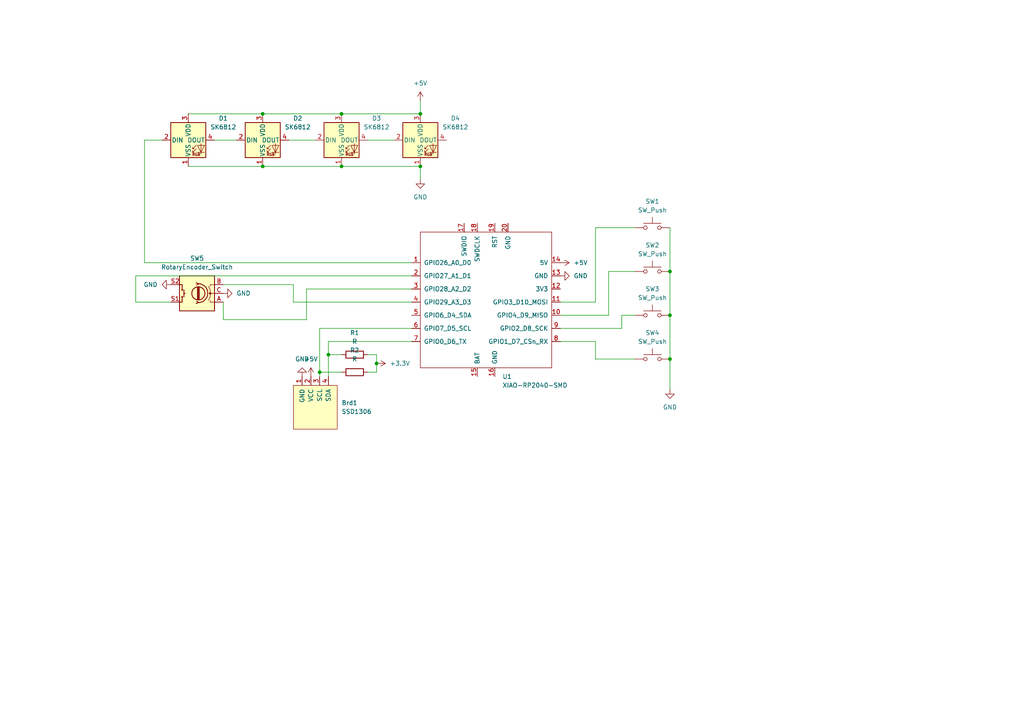
<source format=kicad_sch>
(kicad_sch (version 20231120) (generator "eeschema") (generator_version "8.0")
  (paper "A4")
  (lib_symbols
    (symbol "Device:R" (pin_numbers hide) (pin_names (offset 0))
      (property "Reference" "R" (at 2.032 0 90))
      (property "Value" "R" (at 0 0 90))
      (symbol "R_0_1"
        (rectangle (start -1.016 -2.54) (end 1.016 2.54) (stroke (width 0.254)))
      )
      (symbol "R_1_1"
        (pin passive line (at 0 3.81 270) (length 1.27) (name "~") (number "1"))
        (pin passive line (at 0 -3.81 90) (length 1.27) (name "~") (number "2"))
      )
    )
    (symbol "Device:RotaryEncoder_Switch" (pin_names (offset 0.254) hide)
      (property "Reference" "SW" (at 0 6.604 0))
      (property "Value" "RotaryEncoder_Switch" (at 0 -6.604 0))
      (symbol "RotaryEncoder_Switch_0_1"
        (rectangle (start -5.08 5.08) (end 5.08 -5.08) (stroke (width 0.254)) (fill (type background)))
        (circle (center -3.81 0) (radius 0.254) (fill (type outline)))
        (circle (center -0.381 0) (radius 1.905) (stroke (width 0.254)))
        (arc (start -0.381 2.667) (mid -3.0988 -0.0635) (end -0.381 -2.794) (stroke (width 0.254)))
        (polyline (pts (xy -0.635 -1.778) (xy -0.635 1.778)) (stroke (width 0.254)))
        (polyline (pts (xy -0.381 -1.778) (xy -0.381 1.778)) (stroke (width 0.254)))
        (polyline (pts (xy -0.127 1.778) (xy -0.127 -1.778)) (stroke (width 0.254)))
        (polyline (pts (xy 3.81 0) (xy 3.429 0)) (stroke (width 0.254)))
        (polyline (pts (xy 3.81 1.016) (xy 3.81 -1.016)) (stroke (width 0.254)))
        (polyline (pts (xy -5.08 -2.54) (xy -3.81 -2.54) (xy -3.81 -2.032)))
        (polyline (pts (xy -5.08 2.54) (xy -3.81 2.54) (xy -3.81 2.032)))
        (polyline (pts (xy 0.254 -3.048) (xy -0.508 -2.794) (xy 0.127 -2.413)) (stroke (width 0.254)))
        (polyline (pts (xy 0.254 2.921) (xy -0.508 2.667) (xy 0.127 2.286)) (stroke (width 0.254)))
        (polyline (pts (xy 5.08 -2.54) (xy 4.318 -2.54) (xy 4.318 -1.016)) (stroke (width 0.254)))
        (polyline (pts (xy 5.08 2.54) (xy 4.318 2.54) (xy 4.318 1.016)) (stroke (width 0.254)))
        (polyline (pts (xy -5.08 0) (xy -3.81 0) (xy -3.81 -1.016) (xy -3.302 -2.032)))
        (polyline (pts (xy -4.318 0) (xy -3.81 0) (xy -3.81 1.016) (xy -3.302 2.032)))
        (circle (center 4.318 -1.016) (radius 0.127) (stroke (width 0.254)))
        (circle (center 4.318 1.016) (radius 0.127) (stroke (width 0.254)))
      )
      (symbol "RotaryEncoder_Switch_1_1"
        (pin passive line (at -7.62 2.54 0) (length 2.54) (name "A") (number "A"))
        (pin passive line (at -7.62 -2.54 0) (length 2.54) (name "B") (number "B"))
        (pin passive line (at -7.62 0 0) (length 2.54) (name "C") (number "C"))
        (pin passive line (at 7.62 2.54 180) (length 2.54) (name "S1") (number "S1"))
        (pin passive line (at 7.62 -2.54 180) (length 2.54) (name "S2") (number "S2"))
      )
    )
    (symbol "LED:SK6812" (pin_names (offset 0.254))
      (property "Reference" "D" (at 5.08 5.715 0))
      (property "Value" "SK6812" (at 1.27 -5.715 0))
      (symbol "SK6812_0_0"
        (text "RGB" (at 2.286 -4.191 0) (effects (font (size 0.762 0.762))))
      )
      (symbol "SK6812_0_1"
        (polyline (pts (xy 1.27 -3.556) (xy 1.778 -3.556)))
        (polyline (pts (xy 1.27 -2.54) (xy 1.778 -2.54)))
        (polyline (pts (xy 4.699 -3.556) (xy 2.667 -3.556)))
        (polyline (pts (xy 2.286 -2.54) (xy 1.27 -3.556) (xy 1.27 -3.048)))
        (polyline (pts (xy 2.286 -1.524) (xy 1.27 -2.54) (xy 1.27 -2.032)))
        (polyline (pts (xy 3.683 -1.016) (xy 3.683 -3.556) (xy 3.683 -4.064)))
        (polyline (pts (xy 4.699 -1.524) (xy 2.667 -1.524) (xy 3.683 -3.556) (xy 4.699 -1.524)))
        (rectangle (start 5.08 5.08) (end -5.08 -5.08) (stroke (width 0.254)) (fill (type background)))
      )
      (symbol "SK6812_1_1"
        (pin power_in line (at 0 -7.62 90) (length 2.54) (name "VSS") (number "1"))
        (pin input line (at -7.62 0 0) (length 2.54) (name "DIN") (number "2"))
        (pin power_in line (at 0 7.62 270) (length 2.54) (name "VDD") (number "3"))
        (pin output line (at 7.62 0 180) (length 2.54) (name "DOUT") (number "4"))
      )
    )
    (symbol "SSD1306-128x64_OLED:SSD1306" (pin_names (offset 1.016))
      (property "Reference" "Brd" (at 0 -3.81 0))
      (property "Value" "SSD1306" (at 0 -1.27 0))
      (symbol "SSD1306_0_1"
        (rectangle (start -6.35 6.35) (end 6.35 -6.35) (fill (type background)))
      )
      (symbol "SSD1306_1_1"
        (pin input line (at -3.81 8.89 270) (length 2.54) (name "GND") (number "1"))
        (pin input line (at -1.27 8.89 270) (length 2.54) (name "VCC") (number "2"))
        (pin input line (at 1.27 8.89 270) (length 2.54) (name "SCL") (number "3"))
        (pin input line (at 3.81 8.89 270) (length 2.54) (name "SDA") (number "4"))
      )
    )
    (symbol "Seeed_Studio_XIAO_Series:XIAO-RP2040-SMD" (pin_names (offset 1.016))
      (property "Reference" "U" (at -18.542 23.114 0))
      (property "Value" "XIAO-RP2040-SMD" (at -8.382 21.336 0))
      (symbol "XIAO-RP2040-SMD_0_1"
        (rectangle (start 19.05 -19.05) (end -19.05 20.32))
      )
      (symbol "XIAO-RP2040-SMD_1_1"
        (pin passive line (at -21.59 11.43 0) (length 2.54) (name "GPIO26_A0_D0") (number "1"))
        (pin passive line (at 21.59 -3.81 180) (length 2.54) (name "GPIO4_D9_MISO") (number "10"))
        (pin passive line (at 21.59 0 180) (length 2.54) (name "GPIO3_D10_MOSI") (number "11"))
        (pin passive line (at 21.59 3.81 180) (length 2.54) (name "3V3") (number "12"))
        (pin passive line (at 21.59 7.62 180) (length 2.54) (name "GND") (number "13"))
        (pin passive line (at 21.59 11.43 180) (length 2.54) (name "5V") (number "14"))
        (pin passive line (at -2.54 -21.59 90) (length 2.54) (name "BAT") (number "15"))
        (pin passive line (at 2.54 -21.59 90) (length 2.54) (name "GND") (number "16"))
        (pin passive line (at -6.35 22.86 270) (length 2.54) (name "SWDIO") (number "17"))
        (pin passive line (at -2.54 22.86 270) (length 2.54) (name "SWDCLK") (number "18"))
        (pin passive line (at 2.54 22.86 270) (length 2.54) (name "RST") (number "19"))
        (pin passive line (at -21.59 7.62 0) (length 2.54) (name "GPIO27_A1_D1") (number "2"))
        (pin passive line (at 6.35 22.86 270) (length 2.54) (name "GND") (number "20"))
        (pin passive line (at -21.59 3.81 0) (length 2.54) (name "GPIO28_A2_D2") (number "3"))
        (pin passive line (at -21.59 0 0) (length 2.54) (name "GPIO29_A3_D3") (number "4"))
        (pin passive line (at -21.59 -3.81 0) (length 2.54) (name "GPIO6_D4_SDA") (number "5"))
        (pin passive line (at -21.59 -7.62 0) (length 2.54) (name "GPIO7_D5_SCL") (number "6"))
        (pin passive line (at -21.59 -11.43 0) (length 2.54) (name "GPIO0_D6_TX") (number "7"))
        (pin passive line (at 21.59 -11.43 180) (length 2.54) (name "GPIO1_D7_CSn_RX") (number "8"))
        (pin passive line (at 21.59 -7.62 180) (length 2.54) (name "GPIO2_D8_SCK") (number "9"))
      )
    )
    (symbol "Switch:SW_Push" (pin_numbers hide) (pin_names (offset 1.016) hide)
      (property "Reference" "SW" (at 1.27 2.54 0))
      (property "Value" "SW_Push" (at 0 -1.524 0))
      (symbol "SW_Push_0_1"
        (circle (center -2.032 0) (radius 0.508))
        (polyline (pts (xy 0 1.27) (xy 0 3.048)))
        (polyline (pts (xy 2.54 1.27) (xy -2.54 1.27)))
        (circle (center 2.032 0) (radius 0.508))
        (pin passive line (at -5.08 0 0) (length 2.54) (name "1") (number "1"))
        (pin passive line (at 5.08 0 180) (length 2.54) (name "2") (number "2"))
      )
    )
    (symbol "power:+3.3V" (power) (pin_numbers hide) (pin_names (offset 0) hide)
      (property "Value" "+3.3V" (at 0 3.556 0))
      (symbol "+3.3V_0_1"
        (polyline (pts (xy -0.762 1.27) (xy 0 2.54)))
        (polyline (pts (xy 0 0) (xy 0 2.54)))
        (polyline (pts (xy 0 2.54) (xy 0.762 1.27)))
      )
      (symbol "+3.3V_1_1"
        (pin power_in line (at 0 0 90) (length 0) (name "~") (number "1"))
      )
    )
    (symbol "power:+5V" (power) (pin_numbers hide) (pin_names (offset 0) hide)
      (property "Value" "+5V" (at 0 3.556 0))
      (symbol "+5V_0_1"
        (polyline (pts (xy -0.762 1.27) (xy 0 2.54)))
        (polyline (pts (xy 0 0) (xy 0 2.54)))
        (polyline (pts (xy 0 2.54) (xy 0.762 1.27)))
      )
      (symbol "+5V_1_1"
        (pin power_in line (at 0 0 90) (length 0) (name "~") (number "1"))
      )
    )
    (symbol "power:GND" (power) (pin_numbers hide) (pin_names (offset 0) hide)
      (property "Value" "GND" (at 0 -3.81 0))
      (symbol "GND_0_1"
        (polyline (pts (xy 0 0) (xy 0 -1.27) (xy 1.27 -1.27) (xy 0 -2.54) (xy -1.27 -1.27) (xy 0 -1.27)))
      )
      (symbol "GND_1_1"
        (pin power_in line (at 0 0 270) (length 0) (name "~") (number "1"))
      )
    )
  )
  (junction (at 194.31 104.14))
  (junction (at 99.06 48.26))
  (junction (at 76.2 33.02))
  (junction (at 121.92 48.26))
  (junction (at 109.22 105.41))
  (junction (at 95.25 102.87))
  (junction (at 99.06 33.02))
  (junction (at 76.2 48.26))
  (junction (at 121.92 33.02))
  (junction (at 194.31 78.74))
  (junction (at 194.31 91.44))
  (junction (at 92.71 107.95))
  (wire (pts (xy 106.68 40.64) (xy 114.3 40.64)))
  (wire (pts (xy 172.72 104.14) (xy 184.15 104.14)))
  (wire (pts (xy 106.68 107.95) (xy 109.22 107.95)))
  (wire (pts (xy 109.22 102.87) (xy 109.22 105.41)))
  (wire (pts (xy 54.61 33.02) (xy 76.2 33.02)))
  (wire (pts (xy 194.31 104.14) (xy 194.31 113.03)))
  (wire (pts (xy 119.38 99.06) (xy 95.25 99.06)))
  (wire (pts (xy 95.25 102.87) (xy 99.06 102.87)))
  (wire (pts (xy 106.68 102.87) (xy 109.22 102.87)))
  (wire (pts (xy 109.22 107.95) (xy 109.22 105.41)))
  (wire (pts (xy 172.72 99.06) (xy 172.72 104.14)))
  (wire (pts (xy 76.2 48.26) (xy 99.06 48.26)))
  (wire (pts (xy 121.92 48.26) (xy 121.92 52.07)))
  (wire (pts (xy 41.91 40.64) (xy 46.99 40.64)))
  (wire (pts (xy 162.56 95.25) (xy 180.34 95.25)))
  (wire (pts (xy 49.53 87.63) (xy 39.37 87.63)))
  (wire (pts (xy 162.56 99.06) (xy 172.72 99.06)))
  (wire (pts (xy 194.31 78.74) (xy 194.31 91.44)))
  (wire (pts (xy 176.53 78.74) (xy 184.15 78.74)))
  (wire (pts (xy 121.92 29.21) (xy 121.92 33.02)))
  (wire (pts (xy 99.06 48.26) (xy 121.92 48.26)))
  (wire (pts (xy 92.71 107.95) (xy 92.71 109.22)))
  (wire (pts (xy 54.61 48.26) (xy 76.2 48.26)))
  (wire (pts (xy 88.9 83.82) (xy 88.9 92.71)))
  (wire (pts (xy 95.25 99.06) (xy 95.25 102.87)))
  (wire (pts (xy 76.2 33.02) (xy 99.06 33.02)))
  (wire (pts (xy 39.37 80.01) (xy 119.38 80.01)))
  (wire (pts (xy 194.31 66.04) (xy 194.31 78.74)))
  (wire (pts (xy 85.09 87.63) (xy 85.09 82.55)))
  (wire (pts (xy 92.71 107.95) (xy 99.06 107.95)))
  (wire (pts (xy 180.34 91.44) (xy 184.15 91.44)))
  (wire (pts (xy 41.91 40.64) (xy 41.91 76.2)))
  (wire (pts (xy 88.9 92.71) (xy 64.77 92.71)))
  (wire (pts (xy 64.77 92.71) (xy 64.77 87.63)))
  (wire (pts (xy 62.23 40.64) (xy 68.58 40.64)))
  (wire (pts (xy 99.06 33.02) (xy 121.92 33.02)))
  (wire (pts (xy 83.82 40.64) (xy 91.44 40.64)))
  (wire (pts (xy 162.56 91.44) (xy 176.53 91.44)))
  (wire (pts (xy 194.31 91.44) (xy 194.31 104.14)))
  (wire (pts (xy 92.71 95.25) (xy 92.71 107.95)))
  (wire (pts (xy 162.56 87.63) (xy 172.72 87.63)))
  (wire (pts (xy 95.25 102.87) (xy 95.25 109.22)))
  (wire (pts (xy 172.72 66.04) (xy 184.15 66.04)))
  (wire (pts (xy 176.53 91.44) (xy 176.53 78.74)))
  (wire (pts (xy 39.37 87.63) (xy 39.37 80.01)))
  (wire (pts (xy 172.72 87.63) (xy 172.72 66.04)))
  (wire (pts (xy 180.34 95.25) (xy 180.34 91.44)))
  (wire (pts (xy 119.38 95.25) (xy 92.71 95.25)))
  (wire (pts (xy 119.38 76.2) (xy 41.91 76.2)))
  (wire (pts (xy 85.09 82.55) (xy 64.77 82.55)))
  (wire (pts (xy 119.38 87.63) (xy 85.09 87.63)))
  (wire (pts (xy 119.38 83.82) (xy 88.9 83.82)))
  (symbol (lib_id "Seeed_Studio_XIAO_Series:XIAO-RP2040-SMD") (at 140.97 87.63 0) (unit 1)
    (property "Reference" "U1" (at 145.7041 109.22 0) (effects (justify left)))
    (property "Value" "XIAO-RP2040-SMD" (at 145.7041 111.76 0) (effects (justify left)))
    (property "Footprint" "Library:XIAO-RP2040-DIP" (effects (hide yes)))
  )
  (symbol (lib_id "LED:SK6812") (at 54.61 40.64 0) (unit 1)
    (property "Reference" "D1" (at 64.77 34.3214 0))
    (property "Value" "SK6812" (at 64.77 36.8614 0))
    (property "Footprint" "Library:LED_SK6812MINI_PLCC4_3.5x3.5mm_P1.75mm" (effects (hide yes)))
    (property "Datasheet" "https://cdn-shop.adafruit.com/product-files/1138/SK6812+LED+datasheet+.pdf" (effects (hide yes)))
    (property "Description" "RGB LED with integrated controller" (effects (hide yes)))
  )
  (symbol (lib_id "power:+5V") (at 90.17 109.22 0) (unit 1)
    (property "Reference" "#PWR09" (effects (hide yes)))
    (property "Value" "+5V" (at 90.17 104.14 0))
    (property "Description" "Power symbol creates a global label with name \"+5V\"" (effects (hide yes)))
  )
  (symbol (lib_id "LED:SK6812") (at 121.92 40.64 0) (unit 1)
    (property "Reference" "D4" (at 132.08 34.3214 0))
    (property "Value" "SK6812" (at 132.08 36.8614 0))
    (property "Footprint" "Library:LED_SK6812MINI_PLCC4_3.5x3.5mm_P1.75mm" (effects (hide yes)))
    (property "Datasheet" "https://cdn-shop.adafruit.com/product-files/1138/SK6812+LED+datasheet+.pdf" (effects (hide yes)))
    (property "Description" "RGB LED with integrated controller" (effects (hide yes)))
  )
  (symbol (lib_id "SSD1306-128x64_OLED:SSD1306") (at 91.44 118.11 0) (unit 1)
    (property "Reference" "Brd1" (at 99.06 116.8399 0) (effects (justify left)))
    (property "Value" "SSD1306" (at 99.06 119.3799 0) (effects (justify left)))
    (property "Footprint" "Library:128x64OLED" (effects (hide yes)))
    (property "Description" "SSD1306 OLED" (effects (hide yes)))
  )
  (symbol (lib_id "Device:RotaryEncoder_Switch") (at 57.15 85.09 180) (unit 1)
    (property "Reference" "SW5" (at 57.15 74.93 0))
    (property "Value" "RotaryEncoder_Switch" (at 57.15 77.47 0))
    (property "Footprint" "Library:RotaryEncoder_Alps_EC11E-Switch_Vertical_H20mm_CircularMountingHoles" (effects (hide yes)))
    (property "Description" "Rotary encoder, dual channel, incremental quadrate outputs, with switch" (effects (hide yes)))
  )
  (symbol (lib_id "power:GND") (at 87.63 109.22 180) (unit 1)
    (property "Reference" "#PWR06" (effects (hide yes)))
    (property "Value" "GND" (at 87.63 104.14 0))
    (property "Description" "Power symbol creates a global label with name \"GND\" , ground" (effects (hide yes)))
  )
  (symbol (lib_id "Switch:SW_Push") (at 189.23 78.74 0) (unit 1)
    (property "Reference" "SW2" (at 189.23 71.12 0))
    (property "Value" "SW_Push" (at 189.23 73.66 0))
    (property "Footprint" "Library:SW_Cherry_MX1A_1.00u_PCB" (effects (hide yes)))
    (property "Description" "Push button switch, generic, two pins" (effects (hide yes)))
  )
  (symbol (lib_id "Device:R") (at 102.87 102.87 90) (unit 1)
    (property "Reference" "R1" (at 102.87 96.52 90))
    (property "Value" "R" (at 102.87 99.06 90))
    (property "Footprint" "Keebio-Parts:Resistor" (effects (hide yes)))
    (property "Description" "Resistor" (effects (hide yes)))
  )
  (symbol (lib_id "Device:R") (at 102.87 107.95 90) (unit 1)
    (property "Reference" "R2" (at 102.87 101.6 90))
    (property "Value" "R" (at 102.87 104.14 90))
    (property "Footprint" "Keebio-Parts:Resistor" (effects (hide yes)))
    (property "Description" "Resistor" (effects (hide yes)))
  )
  (symbol (lib_id "Switch:SW_Push") (at 189.23 66.04 0) (unit 1)
    (property "Reference" "SW1" (at 189.23 58.42 0))
    (property "Value" "SW_Push" (at 189.23 60.96 0))
    (property "Footprint" "Library:SW_Cherry_MX1A_1.00u_PCB" (effects (hide yes)))
    (property "Description" "Push button switch, generic, two pins" (effects (hide yes)))
  )
  (symbol (lib_id "power:GND") (at 162.56 80.01 90) (unit 1)
    (property "Reference" "#PWR04" (effects (hide yes)))
    (property "Value" "GND" (at 166.37 80.0099 90) (effects (justify right)))
    (property "Description" "Power symbol creates a global label with name \"GND\" , ground" (effects (hide yes)))
  )
  (symbol (lib_id "power:+3.3V") (at 109.22 105.41 270) (unit 1)
    (property "Reference" "#PWR010" (effects (hide yes)))
    (property "Value" "+3.3V" (at 113.03 105.4099 90) (effects (justify left)))
    (property "Description" "Power symbol creates a global label with name \"+3.3V\"" (effects (hide yes)))
  )
  (symbol (lib_id "power:GND") (at 64.77 85.09 90) (unit 1)
    (property "Reference" "#PWR07" (effects (hide yes)))
    (property "Value" "GND" (at 68.58 85.0899 90) (effects (justify right)))
    (property "Description" "Power symbol creates a global label with name \"GND\" , ground" (effects (hide yes)))
  )
  (symbol (lib_id "power:GND") (at 121.92 52.07 0) (unit 1)
    (property "Reference" "#PWR02" (effects (hide yes)))
    (property "Value" "GND" (at 121.92 57.15 0))
    (property "Description" "Power symbol creates a global label with name \"GND\" , ground" (effects (hide yes)))
  )
  (symbol (lib_id "Switch:SW_Push") (at 189.23 104.14 0) (unit 1)
    (property "Reference" "SW4" (at 189.23 96.52 0))
    (property "Value" "SW_Push" (at 189.23 99.06 0))
    (property "Footprint" "Library:SW_Cherry_MX1A_1.00u_PCB" (effects (hide yes)))
    (property "Description" "Push button switch, generic, two pins" (effects (hide yes)))
  )
  (symbol (lib_id "power:+5V") (at 162.56 76.2 270) (unit 1)
    (property "Reference" "#PWR05" (effects (hide yes)))
    (property "Value" "+5V" (at 166.37 76.1999 90) (effects (justify left)))
    (property "Description" "Power symbol creates a global label with name \"+5V\"" (effects (hide yes)))
  )
  (symbol (lib_id "power:GND") (at 194.31 113.03 0) (unit 1)
    (property "Reference" "#PWR01" (effects (hide yes)))
    (property "Value" "GND" (at 194.31 118.11 0))
    (property "Description" "Power symbol creates a global label with name \"GND\" , ground" (effects (hide yes)))
  )
  (symbol (lib_id "power:GND") (at 49.53 82.55 270) (unit 1)
    (property "Reference" "#PWR08" (effects (hide yes)))
    (property "Value" "GND" (at 45.72 82.5499 90) (effects (justify right)))
    (property "Description" "Power symbol creates a global label with name \"GND\" , ground" (effects (hide yes)))
  )
  (symbol (lib_id "power:+5V") (at 121.92 29.21 0) (unit 1)
    (property "Reference" "#PWR03" (effects (hide yes)))
    (property "Value" "+5V" (at 121.92 24.13 0))
    (property "Description" "Power symbol creates a global label with name \"+5V\"" (effects (hide yes)))
  )
  (symbol (lib_id "Switch:SW_Push") (at 189.23 91.44 0) (unit 1)
    (property "Reference" "SW3" (at 189.23 83.82 0))
    (property "Value" "SW_Push" (at 189.23 86.36 0))
    (property "Footprint" "Library:SW_Cherry_MX1A_1.00u_PCB" (effects (hide yes)))
    (property "Description" "Push button switch, generic, two pins" (effects (hide yes)))
  )
  (symbol (lib_id "LED:SK6812") (at 76.2 40.64 0) (unit 1)
    (property "Reference" "D2" (at 86.36 34.3214 0))
    (property "Value" "SK6812" (at 86.36 36.8614 0))
    (property "Footprint" "Library:LED_SK6812MINI_PLCC4_3.5x3.5mm_P1.75mm" (effects (hide yes)))
    (property "Datasheet" "https://cdn-shop.adafruit.com/product-files/1138/SK6812+LED+datasheet+.pdf" (effects (hide yes)))
    (property "Description" "RGB LED with integrated controller" (effects (hide yes)))
  )
  (symbol (lib_id "LED:SK6812") (at 99.06 40.64 0) (unit 1)
    (property "Reference" "D3" (at 109.22 34.3214 0))
    (property "Value" "SK6812" (at 109.22 36.8614 0))
    (property "Footprint" "Library:LED_SK6812MINI_PLCC4_3.5x3.5mm_P1.75mm" (effects (hide yes)))
    (property "Datasheet" "https://cdn-shop.adafruit.com/product-files/1138/SK6812+LED+datasheet+.pdf" (effects (hide yes)))
    (property "Description" "RGB LED with integrated controller" (effects (hide yes)))
  )
)
</source>
